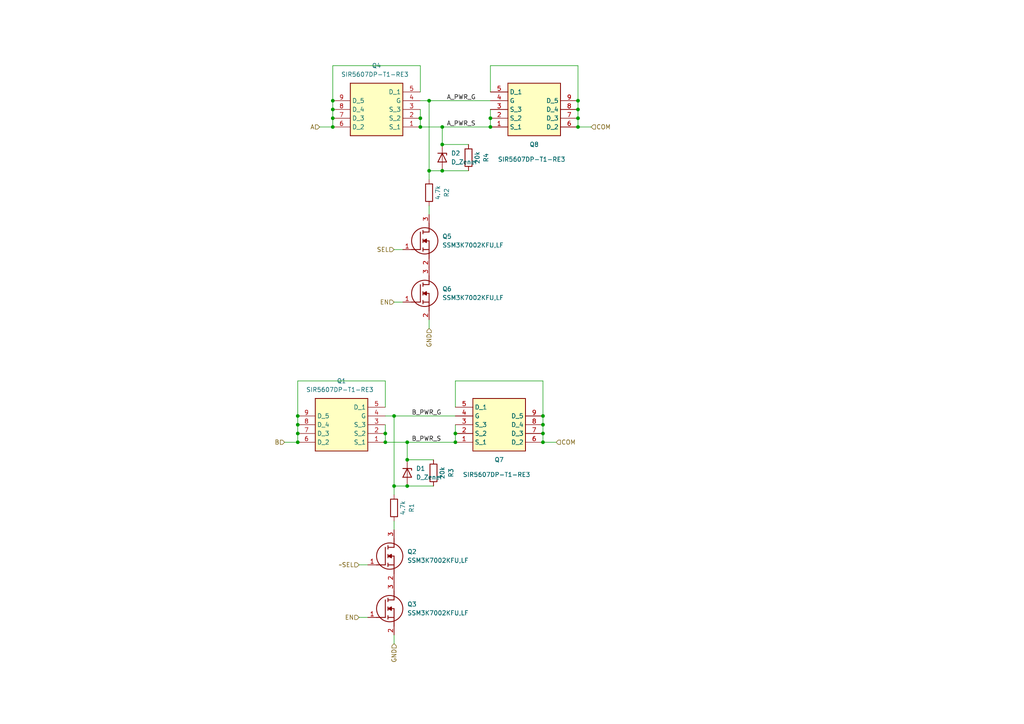
<source format=kicad_sch>
(kicad_sch (version 20231120) (generator "eeschema") (generator_version "8.0")
  (paper "A4")
  (lib_symbols
    (symbol "Device:D_Zener" (pin_numbers hide) (pin_names (offset 1.016) hide)
      (property "Reference" "D" (at 0 2.54 0))
      (property "Value" "D_Zener" (at 0 -2.54 0))
      (symbol "D_Zener_0_1"
        (polyline (pts (xy 1.27 0) (xy -1.27 0)))
        (polyline (pts (xy -1.27 -1.27) (xy -1.27 1.27) (xy -0.762 1.27)) (stroke (width 0.254)))
        (polyline (pts (xy 1.27 -1.27) (xy 1.27 1.27) (xy -1.27 0) (xy 1.27 -1.27)) (stroke (width 0.254)))
      )
      (symbol "D_Zener_1_1"
        (pin passive line (at -3.81 0 0) (length 2.54) (name "K") (number "1"))
        (pin passive line (at 3.81 0 180) (length 2.54) (name "A") (number "2"))
      )
    )
    (symbol "Device:R" (pin_numbers hide) (pin_names (offset 0))
      (property "Reference" "R" (at 2.032 0 90))
      (property "Value" "R" (at 0 0 90))
      (symbol "R_0_1"
        (rectangle (start -1.016 -2.54) (end 1.016 2.54) (stroke (width 0.254)))
      )
      (symbol "R_1_1"
        (pin passive line (at 0 3.81 270) (length 1.27) (name "~") (number "1"))
        (pin passive line (at 0 -3.81 90) (length 1.27) (name "~") (number "2"))
      )
    )
    (symbol "SamacSys_Parts:SSM3K7002KFU,LF" (pin_names hide)
      (property "Reference" "Q" (at 11.43 3.81 0))
      (property "Value" "SSM3K7002KFU,LF" (at 11.43 1.27 0))
      (symbol "SSM3K7002KFU,LF_1_1"
        (polyline (pts (xy 2.54 0) (xy 5.08 0)) (stroke (width 0.254)))
        (polyline (pts (xy 5.08 5.08) (xy 5.08 0)) (stroke (width 0.254)))
        (polyline (pts (xy 5.842 -0.508) (xy 5.842 0.508)) (stroke (width 0.254)))
        (polyline (pts (xy 5.842 0) (xy 7.62 0)) (stroke (width 0.254)))
        (polyline (pts (xy 5.842 2.032) (xy 5.842 3.048)) (stroke (width 0.254)))
        (polyline (pts (xy 5.842 5.588) (xy 5.842 4.572)) (stroke (width 0.254)))
        (polyline (pts (xy 7.62 2.54) (xy 5.842 2.54)) (stroke (width 0.254)))
        (polyline (pts (xy 7.62 2.54) (xy 7.62 -2.54)) (stroke (width 0.254)))
        (polyline (pts (xy 7.62 5.08) (xy 5.842 5.08)) (stroke (width 0.254)))
        (polyline (pts (xy 7.62 5.08) (xy 7.62 7.62)) (stroke (width 0.254)))
        (polyline (pts (xy 5.842 2.54) (xy 6.858 3.048) (xy 6.858 2.032) (xy 5.842 2.54)) (stroke (width 0.254)) (fill (type outline)))
        (circle (center 6.35 2.54) (radius 3.81) (stroke (width 0.254)))
        (pin passive line (at 0 0 0) (length 2.54) (name "G") (number "1"))
        (pin passive line (at 7.62 -5.08 90) (length 2.54) (name "S") (number "2"))
        (pin passive line (at 7.62 10.16 270) (length 2.54) (name "D") (number "3"))
      )
    )
    (symbol "lib:SIR5607DP-T1-RE3"
      (property "Reference" "Q" (at 12.7 5.08 0))
      (property "Value" "SIR5607DP-T1-RE3 " (at 12.446 9.398 0))
      (symbol "SIR5607DP-T1-RE3_1_1"
        (rectangle (start 5.08 2.54) (end 20.32 -12.7) (stroke (width 0.254)) (fill (type background)))
        (pin passive line (at 0 0 0) (length 5.08) (name "S_1") (number "1"))
        (pin passive line (at 0 -2.54 0) (length 5.08) (name "S_2") (number "2"))
        (pin passive line (at 0 -5.08 0) (length 5.08) (name "S_3") (number "3"))
        (pin passive line (at 0 -7.62 0) (length 5.08) (name "G") (number "4"))
        (pin passive line (at 0 -10.16 0) (length 5.08) (name "D_1") (number "5"))
        (pin passive line (at 25.4 0 180) (length 5.08) (name "D_2") (number "6"))
        (pin passive line (at 25.4 -2.54 180) (length 5.08) (name "D_3") (number "7"))
        (pin passive line (at 25.4 -5.08 180) (length 5.08) (name "D_4") (number "8"))
        (pin passive line (at 25.4 -7.62 180) (length 5.08) (name "D_5") (number "9"))
      )
    )
  )
  (junction (at 157.48 125.73))
  (junction (at 96.52 29.21))
  (junction (at 86.36 128.27))
  (junction (at 142.24 36.83))
  (junction (at 142.24 34.29))
  (junction (at 128.27 36.83))
  (junction (at 157.48 120.65))
  (junction (at 121.92 34.29))
  (junction (at 124.46 49.53))
  (junction (at 132.08 128.27))
  (junction (at 128.27 49.53))
  (junction (at 167.64 34.29))
  (junction (at 96.52 36.83))
  (junction (at 157.48 123.19))
  (junction (at 86.36 123.19))
  (junction (at 128.27 41.91))
  (junction (at 114.3 140.97))
  (junction (at 132.08 125.73))
  (junction (at 111.76 128.27))
  (junction (at 118.11 128.27))
  (junction (at 124.46 29.21))
  (junction (at 86.36 125.73))
  (junction (at 167.64 29.21))
  (junction (at 121.92 36.83))
  (junction (at 96.52 31.75))
  (junction (at 157.48 128.27))
  (junction (at 86.36 120.65))
  (junction (at 167.64 36.83))
  (junction (at 96.52 34.29))
  (junction (at 118.11 140.97))
  (junction (at 118.11 133.35))
  (junction (at 111.76 125.73))
  (junction (at 114.3 120.65))
  (junction (at 167.64 31.75))
  (wire (pts (xy 132.08 110.49) (xy 157.48 110.49)))
  (wire (pts (xy 111.76 110.49) (xy 111.76 118.11)))
  (wire (pts (xy 96.52 34.29) (xy 96.52 36.83)))
  (wire (pts (xy 96.52 31.75) (xy 96.52 34.29)))
  (wire (pts (xy 128.27 36.83) (xy 128.27 41.91)))
  (wire (pts (xy 96.52 19.05) (xy 96.52 29.21)))
  (wire (pts (xy 121.92 31.75) (xy 121.92 34.29)))
  (wire (pts (xy 114.3 120.65) (xy 114.3 140.97)))
  (wire (pts (xy 167.64 34.29) (xy 167.64 36.83)))
  (wire (pts (xy 124.46 29.21) (xy 142.24 29.21)))
  (wire (pts (xy 124.46 59.69) (xy 124.46 62.23)))
  (wire (pts (xy 104.14 179.07) (xy 106.68 179.07)))
  (wire (pts (xy 157.48 120.65) (xy 157.48 123.19)))
  (wire (pts (xy 128.27 49.53) (xy 135.89 49.53)))
  (wire (pts (xy 114.3 140.97) (xy 118.11 140.97)))
  (wire (pts (xy 96.52 19.05) (xy 121.92 19.05)))
  (wire (pts (xy 92.71 36.83) (xy 96.52 36.83)))
  (wire (pts (xy 86.36 125.73) (xy 86.36 128.27)))
  (wire (pts (xy 86.36 120.65) (xy 86.36 123.19)))
  (wire (pts (xy 114.3 87.63) (xy 116.84 87.63)))
  (wire (pts (xy 111.76 125.73) (xy 111.76 128.27)))
  (wire (pts (xy 142.24 19.05) (xy 142.24 26.67)))
  (wire (pts (xy 118.11 128.27) (xy 132.08 128.27)))
  (wire (pts (xy 86.36 123.19) (xy 86.36 125.73)))
  (wire (pts (xy 132.08 110.49) (xy 132.08 118.11)))
  (wire (pts (xy 111.76 123.19) (xy 111.76 125.73)))
  (wire (pts (xy 114.3 151.13) (xy 114.3 153.67)))
  (wire (pts (xy 114.3 143.51) (xy 114.3 140.97)))
  (wire (pts (xy 142.24 19.05) (xy 167.64 19.05)))
  (wire (pts (xy 104.14 163.83) (xy 106.68 163.83)))
  (wire (pts (xy 167.64 31.75) (xy 167.64 34.29)))
  (wire (pts (xy 111.76 120.65) (xy 114.3 120.65)))
  (wire (pts (xy 142.24 34.29) (xy 142.24 36.83)))
  (wire (pts (xy 128.27 41.91) (xy 135.89 41.91)))
  (wire (pts (xy 114.3 120.65) (xy 132.08 120.65)))
  (wire (pts (xy 118.11 140.97) (xy 125.73 140.97)))
  (wire (pts (xy 124.46 52.07) (xy 124.46 49.53)))
  (wire (pts (xy 121.92 19.05) (xy 121.92 26.67)))
  (wire (pts (xy 157.48 123.19) (xy 157.48 125.73)))
  (wire (pts (xy 171.45 36.83) (xy 167.64 36.83)))
  (wire (pts (xy 142.24 31.75) (xy 142.24 34.29)))
  (wire (pts (xy 96.52 29.21) (xy 96.52 31.75)))
  (wire (pts (xy 157.48 110.49) (xy 157.48 120.65)))
  (wire (pts (xy 128.27 36.83) (xy 142.24 36.83)))
  (wire (pts (xy 82.55 128.27) (xy 86.36 128.27)))
  (wire (pts (xy 132.08 125.73) (xy 132.08 128.27)))
  (wire (pts (xy 86.36 110.49) (xy 86.36 120.65)))
  (wire (pts (xy 124.46 49.53) (xy 128.27 49.53)))
  (wire (pts (xy 118.11 133.35) (xy 125.73 133.35)))
  (wire (pts (xy 121.92 36.83) (xy 128.27 36.83)))
  (wire (pts (xy 167.64 29.21) (xy 167.64 31.75)))
  (wire (pts (xy 161.29 128.27) (xy 157.48 128.27)))
  (wire (pts (xy 111.76 128.27) (xy 118.11 128.27)))
  (wire (pts (xy 121.92 29.21) (xy 124.46 29.21)))
  (wire (pts (xy 132.08 123.19) (xy 132.08 125.73)))
  (wire (pts (xy 167.64 19.05) (xy 167.64 29.21)))
  (wire (pts (xy 124.46 92.71) (xy 124.46 95.25)))
  (wire (pts (xy 86.36 110.49) (xy 111.76 110.49)))
  (wire (pts (xy 114.3 72.39) (xy 116.84 72.39)))
  (wire (pts (xy 124.46 29.21) (xy 124.46 49.53)))
  (wire (pts (xy 114.3 184.15) (xy 114.3 186.69)))
  (wire (pts (xy 157.48 125.73) (xy 157.48 128.27)))
  (wire (pts (xy 121.92 34.29) (xy 121.92 36.83)))
  (wire (pts (xy 118.11 128.27) (xy 118.11 133.35)))
  (label "B_PWR_S" (at 119.38 128.27 0))
  (label "A_PWR_S" (at 129.54 36.83 0))
  (label "B_PWR_G" (at 119.38 120.65 0))
  (label "A_PWR_G" (at 129.54 29.21 0))
  (hierarchical_label "GND" (shape input) (at 124.46 95.25 270))
  (hierarchical_label "A" (shape input) (at 92.71 36.83 180))
  (hierarchical_label "COM" (shape input) (at 161.29 128.27 0))
  (hierarchical_label "GND" (shape input) (at 114.3 186.69 270))
  (hierarchical_label "~SEL" (shape input) (at 104.14 163.83 180))
  (hierarchical_label "B" (shape input) (at 82.55 128.27 180))
  (hierarchical_label "COM" (shape input) (at 171.45 36.83 0))
  (hierarchical_label "EN" (shape input) (at 114.3 87.63 180))
  (hierarchical_label "EN" (shape input) (at 104.14 179.07 180))
  (hierarchical_label "SEL" (shape input) (at 114.3 72.39 180))
  (symbol (lib_id "Device:R") (at 114.3 147.32 0) (unit 1)
    (property "Reference" "R1" (at 119.38 147.32 90))
    (property "Value" "4.7k" (at 116.84 147.32 90))
    (property "Footprint" "Resistor_SMD:R_0402_1005Metric" (effects (hide yes)))
    (property "Basic/Extended" "B" (effects (hide yes)))
  )
  (symbol (lib_id "lib:SIR5607DP-T1-RE3") (at 111.76 128.27 180) (unit 1)
    (property "Reference" "Q1" (at 99.06 110.49 0))
    (property "Value" "SIR5607DP-T1-RE3 " (at 99.06 113.03 0))
    (property "Footprint" "SamacSys_Parts:SIR681DPT1RE3" (effects (hide yes)))
    (property "Datasheet" "https://www.vishay.com/docs/62247/sir5607dp.pdf" (effects (hide yes)))
  )
  (symbol (lib_id "SamacSys_Parts:SSM3K7002KFU,LF") (at 116.84 87.63 0) (unit 1)
    (property "Reference" "Q6" (at 128.27 83.8199 0) (effects (justify left)))
    (property "Value" "SSM3K7002KFU,LF" (at 128.27 86.3599 0) (effects (justify left)))
    (property "Footprint" "SSM3K7002CFULF" (effects (hide yes)))
    (property "Datasheet" "http://toshiba.semicon-storage.com/info/docget.jsp?did=35715&prodName=SSM3K7002KFU" (effects (hide yes)))
    (property "Description" "MOSFET Small-signal MOSFET ID=0.4A VDSS=60V" (effects (hide yes)))
    (property "Mouser Part Number" "757-SSM3K7002KFULF" (effects (hide yes)))
    (property "Mouser Price/Stock" "https://www.mouser.co.uk/ProductDetail/Toshiba/SSM3K7002KFULF?qs=4XYteRzLj25k%2Fstii15gpQ%3D%3D" (effects (hide yes)))
    (property "Manufacturer_Name" "Toshiba" (effects (hide yes)))
    (property "Manufacturer_Part_Number" "SSM3K7002KFU,LF" (effects (hide yes)))
  )
  (symbol (lib_id "lib:SIR5607DP-T1-RE3") (at 121.92 36.83 180) (unit 1)
    (property "Reference" "Q4" (at 109.22 19.05 0))
    (property "Value" "SIR5607DP-T1-RE3 " (at 109.22 21.59 0))
    (property "Footprint" "SamacSys_Parts:SIR681DPT1RE3" (effects (hide yes)))
    (property "Datasheet" "https://www.vishay.com/docs/62247/sir5607dp.pdf" (effects (hide yes)))
  )
  (symbol (lib_id "Device:R") (at 135.89 45.72 0) (unit 1)
    (property "Reference" "R4" (at 140.97 45.72 90))
    (property "Value" "20k" (at 138.43 45.72 90))
    (property "Footprint" "Resistor_SMD:R_0402_1005Metric" (effects (hide yes)))
    (property "Basic/Extended" "B" (effects (hide yes)))
  )
  (symbol (lib_id "Device:R") (at 125.73 137.16 0) (unit 1)
    (property "Reference" "R3" (at 130.81 137.16 90))
    (property "Value" "20k" (at 128.27 137.16 90))
    (property "Footprint" "Resistor_SMD:R_0402_1005Metric" (effects (hide yes)))
    (property "Basic/Extended" "B" (effects (hide yes)))
  )
  (symbol (lib_id "Device:D_Zener") (at 128.27 45.72 270) (unit 1)
    (property "Reference" "D2" (at 130.81 44.4499 90) (effects (justify left)))
    (property "Value" "D_Zener" (at 130.81 46.9899 90) (effects (justify left)))
    (property "Footprint" "Diode_SMD:D_0402_1005Metric" (effects (hide yes)))
    (property "Description" "Zener diode" (effects (hide yes)))
  )
  (symbol (lib_id "lib:SIR5607DP-T1-RE3") (at 142.24 36.83 0) (mirror x) (unit 1)
    (property "Reference" "Q8" (at 154.94 41.91 0))
    (property "Value" "SIR5607DP-T1-RE3 " (at 154.686 46.228 0))
    (property "Footprint" "SamacSys_Parts:SIR681DPT1RE3" (effects (hide yes)))
    (property "Datasheet" "https://www.vishay.com/docs/62247/sir5607dp.pdf" (effects (hide yes)))
  )
  (symbol (lib_id "Device:D_Zener") (at 118.11 137.16 270) (unit 1)
    (property "Reference" "D1" (at 120.65 135.8899 90) (effects (justify left)))
    (property "Value" "D_Zener" (at 120.65 138.4299 90) (effects (justify left)))
    (property "Footprint" "Diode_SMD:D_0402_1005Metric" (effects (hide yes)))
    (property "Description" "Zener diode" (effects (hide yes)))
  )
  (symbol (lib_id "lib:SIR5607DP-T1-RE3") (at 132.08 128.27 0) (mirror x) (unit 1)
    (property "Reference" "Q7" (at 144.78 133.35 0))
    (property "Value" "SIR5607DP-T1-RE3 " (at 144.526 137.668 0))
    (property "Footprint" "SamacSys_Parts:SIR681DPT1RE3" (effects (hide yes)))
    (property "Datasheet" "https://www.vishay.com/docs/62247/sir5607dp.pdf" (effects (hide yes)))
  )
  (symbol (lib_id "Device:R") (at 124.46 55.88 0) (unit 1)
    (property "Reference" "R2" (at 129.54 55.88 90))
    (property "Value" "4.7k" (at 127 55.88 90))
    (property "Footprint" "Resistor_SMD:R_0402_1005Metric" (effects (hide yes)))
    (property "Basic/Extended" "B" (effects (hide yes)))
  )
  (symbol (lib_id "SamacSys_Parts:SSM3K7002KFU,LF") (at 106.68 179.07 0) (unit 1)
    (property "Reference" "Q3" (at 118.11 175.2599 0) (effects (justify left)))
    (property "Value" "SSM3K7002KFU,LF" (at 118.11 177.7999 0) (effects (justify left)))
    (property "Footprint" "SSM3K7002CFULF" (effects (hide yes)))
    (property "Datasheet" "http://toshiba.semicon-storage.com/info/docget.jsp?did=35715&prodName=SSM3K7002KFU" (effects (hide yes)))
    (property "Description" "MOSFET Small-signal MOSFET ID=0.4A VDSS=60V" (effects (hide yes)))
    (property "Mouser Part Number" "757-SSM3K7002KFULF" (effects (hide yes)))
    (property "Mouser Price/Stock" "https://www.mouser.co.uk/ProductDetail/Toshiba/SSM3K7002KFULF?qs=4XYteRzLj25k%2Fstii15gpQ%3D%3D" (effects (hide yes)))
    (property "Manufacturer_Name" "Toshiba" (effects (hide yes)))
    (property "Manufacturer_Part_Number" "SSM3K7002KFU,LF" (effects (hide yes)))
  )
  (symbol (lib_id "SamacSys_Parts:SSM3K7002KFU,LF") (at 106.68 163.83 0) (unit 1)
    (property "Reference" "Q2" (at 118.11 160.0199 0) (effects (justify left)))
    (property "Value" "SSM3K7002KFU,LF" (at 118.11 162.5599 0) (effects (justify left)))
    (property "Footprint" "SSM3K7002CFULF" (effects (hide yes)))
    (property "Datasheet" "http://toshiba.semicon-storage.com/info/docget.jsp?did=35715&prodName=SSM3K7002KFU" (effects (hide yes)))
    (property "Description" "MOSFET Small-signal MOSFET ID=0.4A VDSS=60V" (effects (hide yes)))
    (property "Mouser Part Number" "757-SSM3K7002KFULF" (effects (hide yes)))
    (property "Mouser Price/Stock" "https://www.mouser.co.uk/ProductDetail/Toshiba/SSM3K7002KFULF?qs=4XYteRzLj25k%2Fstii15gpQ%3D%3D" (effects (hide yes)))
    (property "Manufacturer_Name" "Toshiba" (effects (hide yes)))
    (property "Manufacturer_Part_Number" "SSM3K7002KFU,LF" (effects (hide yes)))
  )
  (symbol (lib_id "SamacSys_Parts:SSM3K7002KFU,LF") (at 116.84 72.39 0) (unit 1)
    (property "Reference" "Q5" (at 128.27 68.5799 0) (effects (justify left)))
    (property "Value" "SSM3K7002KFU,LF" (at 128.27 71.1199 0) (effects (justify left)))
    (property "Footprint" "SSM3K7002CFULF" (effects (hide yes)))
    (property "Datasheet" "http://toshiba.semicon-storage.com/info/docget.jsp?did=35715&prodName=SSM3K7002KFU" (effects (hide yes)))
    (property "Description" "MOSFET Small-signal MOSFET ID=0.4A VDSS=60V" (effects (hide yes)))
    (property "Mouser Part Number" "757-SSM3K7002KFULF" (effects (hide yes)))
    (property "Mouser Price/Stock" "https://www.mouser.co.uk/ProductDetail/Toshiba/SSM3K7002KFULF?qs=4XYteRzLj25k%2Fstii15gpQ%3D%3D" (effects (hide yes)))
    (property "Manufacturer_Name" "Toshiba" (effects (hide yes)))
    (property "Manufacturer_Part_Number" "SSM3K7002KFU,LF" (effects (hide yes)))
  )
)
</source>
